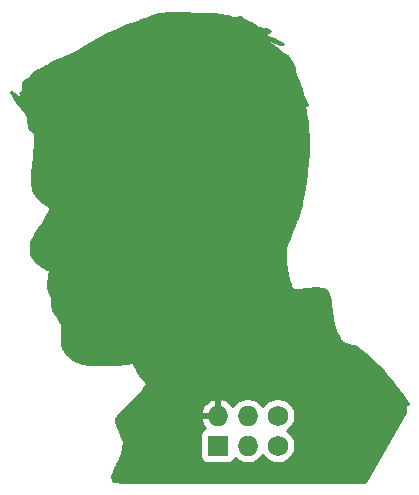
<source format=gbr>
G04 #@! TF.GenerationSoftware,KiCad,Pcbnew,(5.1.5)-3*
G04 #@! TF.CreationDate,2020-08-07T09:29:16-05:00*
G04 #@! TF.ProjectId,matt_damon,6d617474-5f64-4616-9d6f-6e2e6b696361,rev?*
G04 #@! TF.SameCoordinates,Original*
G04 #@! TF.FileFunction,Copper,L1,Top*
G04 #@! TF.FilePolarity,Positive*
%FSLAX46Y46*%
G04 Gerber Fmt 4.6, Leading zero omitted, Abs format (unit mm)*
G04 Created by KiCad (PCBNEW (5.1.5)-3) date 2020-08-07 09:29:16*
%MOMM*%
%LPD*%
G04 APERTURE LIST*
%ADD10C,1.727200*%
%ADD11O,1.727200X1.727200*%
%ADD12R,1.727200X1.727200*%
%ADD13C,0.600000*%
%ADD14C,0.254000*%
G04 APERTURE END LIST*
D10*
X2146300Y-3289300D03*
X2146300Y-5829300D03*
D11*
X-393700Y-3289300D03*
X-393700Y-5829300D03*
X-2933700Y-3289300D03*
D12*
X-2933700Y-5829300D03*
D13*
X-11071860Y4907280D03*
X-8178800Y26504900D03*
D14*
G36*
X-6229497Y30770075D02*
G01*
X-5742546Y30764720D01*
X-5611203Y30763013D01*
X-4974285Y30752795D01*
X-4415276Y30739765D01*
X-3926969Y30723346D01*
X-3502013Y30702965D01*
X-3133265Y30678070D01*
X-2813702Y30648142D01*
X-2536174Y30612690D01*
X-2293293Y30571229D01*
X-2077637Y30523270D01*
X-1879902Y30467783D01*
X-1858466Y30461035D01*
X-1855039Y30460009D01*
X-1642140Y30399526D01*
X-1632110Y30397112D01*
X-1462127Y30363443D01*
X-1443437Y30361164D01*
X-1327626Y30355699D01*
X-1302762Y30356969D01*
X-1278624Y30363065D01*
X-1266792Y30368013D01*
X-1216405Y30392140D01*
X-1195112Y30405041D01*
X-1176745Y30421848D01*
X-1162010Y30441916D01*
X-1151474Y30464473D01*
X-1148041Y30477828D01*
X-1074553Y30423491D01*
X-1071387Y30421224D01*
X-895293Y30299189D01*
X-888742Y30294941D01*
X-704702Y30183486D01*
X-696926Y30179142D01*
X-535410Y30096205D01*
X-525632Y30091697D01*
X-474226Y30070592D01*
X-332167Y30009697D01*
X-152309Y29919854D01*
X36430Y29815754D01*
X106749Y29774039D01*
X311564Y29651218D01*
X315495Y29648955D01*
X469359Y29564007D01*
X479661Y29558913D01*
X602704Y29504859D01*
X620788Y29498495D01*
X733404Y29468195D01*
X752309Y29464618D01*
X874891Y29450932D01*
X885489Y29450196D01*
X1038433Y29445987D01*
X1040665Y29445945D01*
X1055395Y29445799D01*
X1221747Y29439713D01*
X1256703Y29434023D01*
X1264142Y29413840D01*
X1277143Y29392608D01*
X1294036Y29374320D01*
X1305258Y29365422D01*
X1370822Y29319207D01*
X1399226Y29304162D01*
X1523378Y29257399D01*
X1457789Y29241290D01*
X1445811Y29237714D01*
X1306400Y29188509D01*
X1300026Y29186065D01*
X1299944Y29186031D01*
X1298808Y29185554D01*
X1156721Y29125018D01*
X1134884Y29113062D01*
X1115799Y29097075D01*
X1100199Y29077672D01*
X1088684Y29055598D01*
X1081697Y29031702D01*
X1079506Y29006902D01*
X1082196Y28982152D01*
X1089662Y28958401D01*
X1101618Y28936564D01*
X1117605Y28917479D01*
X1137008Y28901879D01*
X1155357Y28891933D01*
X1365773Y28799360D01*
X1858951Y28569569D01*
X2268254Y28350911D01*
X2574377Y28156246D01*
X2473198Y28168647D01*
X2368039Y28191482D01*
X2211399Y28246566D01*
X2023807Y28327525D01*
X1944614Y28365813D01*
X1752332Y28460767D01*
X1748685Y28462496D01*
X1616426Y28522660D01*
X1603839Y28527596D01*
X1517202Y28556346D01*
X1492918Y28561833D01*
X1479348Y28562791D01*
X1423474Y28563735D01*
X1398660Y28561713D01*
X1374717Y28554890D01*
X1357459Y28546524D01*
X1317485Y28523265D01*
X1297297Y28508695D01*
X1287558Y28499116D01*
X1258661Y28467460D01*
X1245966Y28451036D01*
X1217113Y28406633D01*
X1205659Y28384528D01*
X1198738Y28360613D01*
X1196615Y28335808D01*
X1199373Y28311064D01*
X1206905Y28287335D01*
X1218921Y28265530D01*
X1234961Y28246489D01*
X1254407Y28230943D01*
X1276512Y28219489D01*
X1301205Y28212426D01*
X1333038Y28206722D01*
X1357857Y28204754D01*
X1383146Y28207790D01*
X1429375Y28218125D01*
X1473485Y28221154D01*
X1514324Y28203117D01*
X1602362Y28131667D01*
X1694299Y28055109D01*
X1697455Y28052565D01*
X1841514Y27940190D01*
X1843139Y27938944D01*
X2021068Y27804707D01*
X2022361Y27803744D01*
X2216496Y27661110D01*
X2217356Y27660484D01*
X2273846Y27619704D01*
X2608311Y27365176D01*
X2893913Y27119274D01*
X3123029Y26890156D01*
X3287435Y26687150D01*
X3352501Y26580178D01*
X3399519Y26462586D01*
X3449432Y26293407D01*
X3489341Y26112870D01*
X3490224Y26107879D01*
X3491715Y26100671D01*
X3536142Y25913471D01*
X3538409Y25905179D01*
X3614848Y25658697D01*
X3616501Y25653732D01*
X3719414Y25364567D01*
X3720822Y25360800D01*
X3838412Y25060824D01*
X3838558Y25060453D01*
X3936595Y24812654D01*
X4026511Y24570823D01*
X4101668Y24354070D01*
X4154729Y24183644D01*
X4175325Y24102325D01*
X4176488Y24098051D01*
X4229065Y23917215D01*
X4232685Y23906550D01*
X4325552Y23668285D01*
X4328168Y23662067D01*
X4455712Y23380087D01*
X4457442Y23376421D01*
X4541097Y23206161D01*
X4541142Y23206069D01*
X4628651Y23028329D01*
X4628649Y23028330D01*
X4597500Y23043089D01*
X4574064Y23051492D01*
X4549440Y23055163D01*
X4524573Y23053958D01*
X4500418Y23047926D01*
X4477905Y23037297D01*
X4457898Y23022480D01*
X4441165Y23004045D01*
X4428351Y22982700D01*
X4419211Y22956168D01*
X4408653Y22909190D01*
X4405601Y22884481D01*
X4405945Y22871480D01*
X4414827Y22757445D01*
X4415772Y22748990D01*
X4442943Y22562574D01*
X4443365Y22559880D01*
X4487672Y22295761D01*
X4487765Y22295214D01*
X4488778Y22289332D01*
X4588084Y21637405D01*
X4657960Y20996437D01*
X4698829Y20350802D01*
X4710878Y19685937D01*
X4694227Y18987362D01*
X4648967Y18240774D01*
X4575127Y17431385D01*
X4548257Y17181890D01*
X4381525Y16008800D01*
X4139297Y14817007D01*
X4089358Y14607209D01*
X4007289Y14280660D01*
X3928509Y13995219D01*
X3846147Y13731009D01*
X3753221Y13468005D01*
X3642571Y13186014D01*
X3507129Y12865318D01*
X3344769Y12497257D01*
X3344133Y12495790D01*
X3149426Y12038907D01*
X3147111Y12033081D01*
X2994671Y11619947D01*
X2991849Y11611372D01*
X2880168Y11226464D01*
X2877476Y11215334D01*
X2805046Y10843126D01*
X2803248Y10830562D01*
X2768564Y10455528D01*
X2768025Y10443332D01*
X2769578Y10049949D01*
X2770032Y10039703D01*
X2806316Y9612444D01*
X2807190Y9604865D01*
X2876697Y9128207D01*
X2877498Y9123371D01*
X2968269Y8634004D01*
X2968745Y8631572D01*
X3036823Y8300698D01*
X3037407Y8298008D01*
X3096272Y8040331D01*
X3097542Y8035256D01*
X3150627Y7840256D01*
X3153493Y7831106D01*
X3204231Y7688266D01*
X3210865Y7672887D01*
X3262690Y7571686D01*
X3276752Y7549997D01*
X3333097Y7479915D01*
X3348495Y7463871D01*
X3375520Y7440249D01*
X3391025Y7428656D01*
X3458910Y7385553D01*
X3487538Y7372049D01*
X3569586Y7345238D01*
X3596849Y7339542D01*
X3706119Y7329010D01*
X3723169Y7328517D01*
X3872723Y7334251D01*
X3881539Y7334897D01*
X4084437Y7356883D01*
X4088602Y7357404D01*
X4357904Y7395628D01*
X4359238Y7395825D01*
X4446164Y7409106D01*
X4830938Y7458262D01*
X5191276Y7484775D01*
X5512668Y7488750D01*
X5777871Y7470553D01*
X5953980Y7436123D01*
X6138340Y7347893D01*
X6301401Y7207695D01*
X6400702Y7066098D01*
X6441285Y6955162D01*
X6489074Y6752396D01*
X6540098Y6463195D01*
X6593498Y6089427D01*
X6646198Y5657292D01*
X6646263Y5656766D01*
X6682100Y5372767D01*
X6682447Y5370228D01*
X6724703Y5082272D01*
X6725092Y5079793D01*
X6769872Y4811636D01*
X6770445Y4808453D01*
X6813856Y4583852D01*
X6814841Y4579219D01*
X6842858Y4458599D01*
X6845074Y4450333D01*
X6913055Y4227118D01*
X6915468Y4219966D01*
X7006681Y3973963D01*
X7008759Y3968718D01*
X7115548Y3715782D01*
X7117614Y3711149D01*
X7232327Y3467131D01*
X7234789Y3462177D01*
X7349770Y3242930D01*
X7353454Y3236384D01*
X7461051Y3057761D01*
X7468616Y3046591D01*
X7561172Y2924443D01*
X7576887Y2907242D01*
X7615712Y2871887D01*
X7644251Y2852282D01*
X7742054Y2803194D01*
X7756434Y2797054D01*
X7910785Y2742111D01*
X7918997Y2739498D01*
X8103099Y2687732D01*
X8108688Y2686297D01*
X8191814Y2666950D01*
X8386602Y2619546D01*
X8570157Y2566126D01*
X8712140Y2516130D01*
X8741566Y2503274D01*
X8967550Y2373084D01*
X9238430Y2178810D01*
X9547813Y1925703D01*
X9887885Y1620722D01*
X10251621Y1270568D01*
X10632400Y881719D01*
X11023734Y460585D01*
X11419150Y13603D01*
X11812267Y-452868D01*
X12197193Y-933061D01*
X12239645Y-987591D01*
X12367566Y-1155646D01*
X12511375Y-1349894D01*
X12662962Y-1558784D01*
X12814004Y-1770461D01*
X12956070Y-1972915D01*
X13080852Y-2154296D01*
X13168859Y-2286000D01*
X13081000Y-2286000D01*
X13056224Y-2288440D01*
X13032399Y-2295667D01*
X13010443Y-2307403D01*
X12991197Y-2323197D01*
X12975403Y-2342443D01*
X12963667Y-2364399D01*
X12956440Y-2388224D01*
X12954001Y-2412440D01*
X12952742Y-2698190D01*
X12951633Y-2950042D01*
X11223307Y-5926392D01*
X9514630Y-8868907D01*
X-1134198Y-8879499D01*
X-2298852Y-8880585D01*
X-3381466Y-8881433D01*
X-4384683Y-8882035D01*
X-5311139Y-8882380D01*
X-6163437Y-8882456D01*
X-6944256Y-8882255D01*
X-7656230Y-8881764D01*
X-8301980Y-8880975D01*
X-8884136Y-8879877D01*
X-9405466Y-8878458D01*
X-9868366Y-8876711D01*
X-10275345Y-8874624D01*
X-10629400Y-8872186D01*
X-10933366Y-8869385D01*
X-11188837Y-8866221D01*
X-11399340Y-8862675D01*
X-11566801Y-8858756D01*
X-11693841Y-8854464D01*
X-11774576Y-8850265D01*
X-11788278Y-8801111D01*
X-11821670Y-8638676D01*
X-11845442Y-8482050D01*
X-11851671Y-8400414D01*
X-11827957Y-8217584D01*
X-11754559Y-7983826D01*
X-11635429Y-7716560D01*
X-11476316Y-7433751D01*
X-11449621Y-7391481D01*
X-11448267Y-7389288D01*
X-11303827Y-7149951D01*
X-11298907Y-7141005D01*
X-11188345Y-6919288D01*
X-11183019Y-6907030D01*
X-11098036Y-6679389D01*
X-11094201Y-6667312D01*
X-11026498Y-6410201D01*
X-11024529Y-6401488D01*
X-10965809Y-6091365D01*
X-10965173Y-6087718D01*
X-10945595Y-5964821D01*
X-10945491Y-5964151D01*
X-10873393Y-5495491D01*
X-10872037Y-5470632D01*
X-10875558Y-5445986D01*
X-10883819Y-5422500D01*
X-10893829Y-5404867D01*
X-10992808Y-5259015D01*
X-11056918Y-5132567D01*
X-11102114Y-4985919D01*
X-11105628Y-4965700D01*
X-4435372Y-4965700D01*
X-4435372Y-6692900D01*
X-4423112Y-6817382D01*
X-4386802Y-6937080D01*
X-4327837Y-7047394D01*
X-4248485Y-7144085D01*
X-4151794Y-7223437D01*
X-4041480Y-7282402D01*
X-3921782Y-7318712D01*
X-3797300Y-7330972D01*
X-2070100Y-7330972D01*
X-1945618Y-7318712D01*
X-1825920Y-7282402D01*
X-1715606Y-7223437D01*
X-1618915Y-7144085D01*
X-1539563Y-7047394D01*
X-1480598Y-6937080D01*
X-1463064Y-6879277D01*
X-1349002Y-6993339D01*
X-1103553Y-7157342D01*
X-830825Y-7270310D01*
X-541299Y-7327900D01*
X-246101Y-7327900D01*
X43425Y-7270310D01*
X316153Y-7157342D01*
X561602Y-6993339D01*
X770339Y-6784602D01*
X876300Y-6626019D01*
X982261Y-6784602D01*
X1190998Y-6993339D01*
X1436447Y-7157342D01*
X1709175Y-7270310D01*
X1998701Y-7327900D01*
X2293899Y-7327900D01*
X2583425Y-7270310D01*
X2856153Y-7157342D01*
X3101602Y-6993339D01*
X3310339Y-6784602D01*
X3474342Y-6539153D01*
X3587310Y-6266425D01*
X3644900Y-5976899D01*
X3644900Y-5681701D01*
X3587310Y-5392175D01*
X3474342Y-5119447D01*
X3310339Y-4873998D01*
X3101602Y-4665261D01*
X2943019Y-4559300D01*
X3101602Y-4453339D01*
X3310339Y-4244602D01*
X3474342Y-3999153D01*
X3587310Y-3726425D01*
X3644900Y-3436899D01*
X3644900Y-3141701D01*
X3587310Y-2852175D01*
X3474342Y-2579447D01*
X3310339Y-2333998D01*
X3101602Y-2125261D01*
X2856153Y-1961258D01*
X2583425Y-1848290D01*
X2293899Y-1790700D01*
X1998701Y-1790700D01*
X1709175Y-1848290D01*
X1436447Y-1961258D01*
X1190998Y-2125261D01*
X982261Y-2333998D01*
X876300Y-2492581D01*
X770339Y-2333998D01*
X561602Y-2125261D01*
X316153Y-1961258D01*
X43425Y-1848290D01*
X-246101Y-1790700D01*
X-541299Y-1790700D01*
X-830825Y-1848290D01*
X-1103553Y-1961258D01*
X-1349002Y-2125261D01*
X-1557739Y-2333998D01*
X-1668259Y-2499403D01*
X-1726883Y-2400812D01*
X-1923407Y-2182446D01*
X-2158756Y-2006616D01*
X-2423886Y-1880078D01*
X-2574674Y-1834342D01*
X-2806700Y-1955483D01*
X-2806700Y-3162300D01*
X-2786700Y-3162300D01*
X-2786700Y-3416300D01*
X-2806700Y-3416300D01*
X-2806700Y-3436300D01*
X-3060700Y-3436300D01*
X-3060700Y-3416300D01*
X-4268164Y-3416300D01*
X-4388663Y-3648327D01*
X-4290664Y-3925278D01*
X-4140517Y-4177788D01*
X-3979008Y-4357247D01*
X-4041480Y-4376198D01*
X-4151794Y-4435163D01*
X-4248485Y-4514515D01*
X-4327837Y-4611206D01*
X-4386802Y-4721520D01*
X-4423112Y-4841218D01*
X-4435372Y-4965700D01*
X-11105628Y-4965700D01*
X-11107343Y-4955839D01*
X-11109050Y-4947634D01*
X-11138014Y-4828304D01*
X-11141103Y-4817637D01*
X-11198440Y-4647802D01*
X-11200561Y-4641991D01*
X-11277136Y-4447052D01*
X-11278989Y-4442587D01*
X-11341538Y-4299600D01*
X-11445981Y-4054176D01*
X-11506934Y-3858139D01*
X-11525357Y-3698854D01*
X-11503827Y-3557429D01*
X-11437161Y-3409031D01*
X-11313790Y-3236293D01*
X-11126355Y-3029250D01*
X-11025945Y-2930273D01*
X-4388663Y-2930273D01*
X-4268164Y-3162300D01*
X-3060700Y-3162300D01*
X-3060700Y-1955483D01*
X-3292726Y-1834342D01*
X-3443514Y-1880078D01*
X-3708644Y-2006616D01*
X-3943993Y-2182446D01*
X-4140517Y-2400812D01*
X-4290664Y-2653322D01*
X-4388663Y-2930273D01*
X-11025945Y-2930273D01*
X-10885050Y-2791390D01*
X-10512366Y-2432728D01*
X-10511589Y-2431973D01*
X-10195911Y-2122944D01*
X-10194758Y-2121801D01*
X-9930889Y-1856798D01*
X-9929222Y-1855092D01*
X-9711435Y-1627994D01*
X-9709095Y-1625487D01*
X-9531661Y-1430174D01*
X-9528504Y-1426565D01*
X-9385696Y-1256918D01*
X-9381689Y-1251905D01*
X-9267777Y-1101804D01*
X-9263169Y-1095320D01*
X-9173481Y-960358D01*
X-9171095Y-956629D01*
X-8954390Y-604495D01*
X-8943483Y-582115D01*
X-8937151Y-558037D01*
X-8935639Y-533187D01*
X-8939003Y-508519D01*
X-8947115Y-484981D01*
X-8959664Y-463479D01*
X-8969732Y-451251D01*
X-9261151Y-139202D01*
X-9404233Y23762D01*
X-9523865Y185039D01*
X-9639152Y372633D01*
X-9767119Y613568D01*
X-9796545Y672236D01*
X-9796719Y672581D01*
X-9903558Y883981D01*
X-9905181Y887086D01*
X-9983865Y1032656D01*
X-9988674Y1040810D01*
X-10046796Y1131470D01*
X-10062436Y1151233D01*
X-10107587Y1197902D01*
X-10126569Y1214012D01*
X-10157774Y1229766D01*
X-10197547Y1243365D01*
X-10221781Y1249072D01*
X-10253867Y1249278D01*
X-10276523Y1246541D01*
X-10285011Y1245223D01*
X-10561831Y1192596D01*
X-10908258Y1149430D01*
X-11332262Y1114927D01*
X-11835914Y1089106D01*
X-12385410Y1072596D01*
X-12892195Y1064861D01*
X-13322506Y1065872D01*
X-13684032Y1076139D01*
X-13984778Y1096079D01*
X-14232610Y1125951D01*
X-14435664Y1165813D01*
X-14605883Y1216570D01*
X-14614864Y1219866D01*
X-14887326Y1347485D01*
X-15168208Y1524254D01*
X-15441691Y1736734D01*
X-15687907Y1968364D01*
X-15887372Y2201576D01*
X-16021567Y2415776D01*
X-16051586Y2479940D01*
X-16072609Y2538285D01*
X-16086734Y2604813D01*
X-16095875Y2700196D01*
X-16100036Y2839987D01*
X-16099812Y3036971D01*
X-16096344Y3303863D01*
X-16095754Y3342388D01*
X-16095745Y3343108D01*
X-16093209Y3606050D01*
X-16093203Y3607497D01*
X-16093633Y3853708D01*
X-16093647Y3855375D01*
X-16096799Y4067297D01*
X-16096863Y4069872D01*
X-16102493Y4229948D01*
X-16102825Y4235675D01*
X-16109531Y4318979D01*
X-16113625Y4342310D01*
X-16144375Y4454677D01*
X-16151685Y4474646D01*
X-16219888Y4621512D01*
X-16225195Y4631705D01*
X-16336348Y4823487D01*
X-16339504Y4828645D01*
X-16492985Y5066580D01*
X-16493295Y5067058D01*
X-16656699Y5317897D01*
X-16773375Y5513893D01*
X-16850670Y5671628D01*
X-16897360Y5809073D01*
X-16922568Y5948318D01*
X-16932678Y6112654D01*
X-16933576Y6197910D01*
X-16933638Y6200755D01*
X-16941811Y6448745D01*
X-16942994Y6462350D01*
X-16972417Y6670349D01*
X-16976255Y6688157D01*
X-17034857Y6888860D01*
X-17039814Y6902771D01*
X-17135525Y7128872D01*
X-17137979Y7134310D01*
X-17182372Y7226821D01*
X-17240705Y7354599D01*
X-17280834Y7468402D01*
X-17305582Y7583906D01*
X-17316099Y7717525D01*
X-17311577Y7884219D01*
X-17290891Y8096316D01*
X-17253506Y8364901D01*
X-17199302Y8701051D01*
X-17169928Y8874444D01*
X-17168337Y8888663D01*
X-17164802Y8952769D01*
X-17165874Y8977643D01*
X-17171778Y9001829D01*
X-17182865Y9025364D01*
X-17210391Y9070992D01*
X-17225278Y9090947D01*
X-17243773Y9107613D01*
X-17257154Y9116238D01*
X-17332749Y9158507D01*
X-17348961Y9166125D01*
X-17471075Y9213304D01*
X-17838038Y9385929D01*
X-18157337Y9612966D01*
X-18423903Y9887058D01*
X-18629949Y10202350D01*
X-18653017Y10248984D01*
X-18710936Y10377533D01*
X-18745094Y10476532D01*
X-18763866Y10577209D01*
X-18772725Y10714271D01*
X-18774832Y10915494D01*
X-18774833Y10921381D01*
X-18772842Y11125061D01*
X-18764217Y11263620D01*
X-18745895Y11364302D01*
X-18712680Y11461421D01*
X-18656653Y11585374D01*
X-18595686Y11700039D01*
X-18495888Y11871559D01*
X-18366994Y12083562D01*
X-18219307Y12319066D01*
X-18062033Y12562932D01*
X-18033481Y12606445D01*
X-18033029Y12607138D01*
X-17756670Y13034354D01*
X-17755294Y13036529D01*
X-17531864Y13397770D01*
X-17529893Y13401068D01*
X-17359353Y13696407D01*
X-17356326Y13701963D01*
X-17238632Y13931474D01*
X-17233571Y13942641D01*
X-17168683Y14106399D01*
X-17161802Y14130456D01*
X-17147757Y14207675D01*
X-17145724Y14232489D01*
X-17149990Y14263105D01*
X-17176450Y14362396D01*
X-17185188Y14385708D01*
X-17198306Y14406868D01*
X-17214133Y14424023D01*
X-17305945Y14506787D01*
X-17324814Y14520860D01*
X-17340543Y14530460D01*
X-17433153Y14593975D01*
X-17572667Y14700990D01*
X-17741996Y14837587D01*
X-17922430Y14988280D01*
X-18096142Y15138184D01*
X-18245024Y15272089D01*
X-18349651Y15373296D01*
X-18442275Y15491757D01*
X-18512390Y15635201D01*
X-18568213Y15828322D01*
X-18612269Y16088829D01*
X-18633687Y16278428D01*
X-18644491Y16393270D01*
X-18652442Y16498050D01*
X-18657126Y16601493D01*
X-18658172Y16713540D01*
X-18655082Y16844070D01*
X-18647291Y17002517D01*
X-18634269Y17197689D01*
X-18615517Y17438411D01*
X-18590555Y17733549D01*
X-18558913Y18091950D01*
X-18520111Y18522650D01*
X-18504049Y18699870D01*
X-18504045Y18699922D01*
X-18463465Y19149737D01*
X-18463427Y19150163D01*
X-18431009Y19523547D01*
X-18430918Y19524656D01*
X-18407140Y19829495D01*
X-18406983Y19831759D01*
X-18392321Y20075937D01*
X-18392137Y20080187D01*
X-18387069Y20271592D01*
X-18387099Y20279289D01*
X-18392103Y20425805D01*
X-18393290Y20439325D01*
X-18408841Y20548839D01*
X-18413997Y20570844D01*
X-18440573Y20651241D01*
X-18454362Y20680113D01*
X-18492441Y20739279D01*
X-18513485Y20764227D01*
X-18563543Y20810048D01*
X-18580407Y20823063D01*
X-18642922Y20863425D01*
X-18648967Y20867093D01*
X-18690113Y20890521D01*
X-18799115Y20960283D01*
X-18860709Y21022096D01*
X-18900306Y21100694D01*
X-18929129Y21231157D01*
X-18948133Y21435351D01*
X-18952932Y21521523D01*
X-18952994Y21522552D01*
X-18966448Y21733309D01*
X-18967152Y21740821D01*
X-18985436Y21888518D01*
X-18988569Y21904905D01*
X-19016222Y22011147D01*
X-19024682Y22034214D01*
X-19066244Y22120607D01*
X-19073590Y22133806D01*
X-19094622Y22166807D01*
X-19152288Y22264055D01*
X-19178248Y22325813D01*
X-19178548Y22327716D01*
X-19185071Y22352497D01*
X-19216631Y22436747D01*
X-19230752Y22463920D01*
X-19323233Y22599060D01*
X-19330122Y22608211D01*
X-19480231Y22789954D01*
X-19484334Y22794680D01*
X-19688772Y23018738D01*
X-19690375Y23020463D01*
X-19700343Y23030989D01*
X-19938929Y23294275D01*
X-20108987Y23508712D01*
X-20213935Y23676251D01*
X-20262872Y23804662D01*
X-20263279Y23806691D01*
X-20268035Y23823974D01*
X-20316087Y23960162D01*
X-20327047Y23983409D01*
X-20391606Y24090643D01*
X-20336270Y24055073D01*
X-20208358Y23963308D01*
X-20207718Y23962852D01*
X-19996813Y23813516D01*
X-19989994Y23809010D01*
X-19840697Y23717115D01*
X-19820767Y23707144D01*
X-19733267Y23672595D01*
X-19709326Y23665765D01*
X-19684512Y23663738D01*
X-19659780Y23666590D01*
X-19636079Y23674212D01*
X-19614321Y23686312D01*
X-19602207Y23695839D01*
X-19576695Y23718538D01*
X-19559807Y23736831D01*
X-19546811Y23758066D01*
X-19538209Y23781429D01*
X-19534330Y23806021D01*
X-19535323Y23830898D01*
X-19545700Y23866415D01*
X-19582367Y23946268D01*
X-19594880Y23967706D01*
X-19667242Y24067742D01*
X-19662356Y24065758D01*
X-19638482Y24058697D01*
X-19613690Y24056429D01*
X-19588931Y24059041D01*
X-19565469Y24066303D01*
X-19509051Y24089956D01*
X-19487144Y24101786D01*
X-19467967Y24117662D01*
X-19452256Y24136975D01*
X-19440614Y24158982D01*
X-19435614Y24173718D01*
X-19410642Y24265444D01*
X-19406182Y24298623D01*
X-19405945Y24464432D01*
X-19406205Y24472734D01*
X-19414349Y24599846D01*
X-19414401Y24600622D01*
X-19426833Y24777671D01*
X-19428784Y24880001D01*
X-19422056Y24921303D01*
X-19410618Y24941502D01*
X-19370864Y24982305D01*
X-19364129Y24988617D01*
X-19266238Y25067136D01*
X-19129549Y25160417D01*
X-19026494Y25222893D01*
X-19021666Y25225972D01*
X-18860718Y25333756D01*
X-18834041Y25357712D01*
X-18756090Y25450740D01*
X-18742048Y25471298D01*
X-18731398Y25497147D01*
X-18726645Y25513644D01*
X-18696000Y25581623D01*
X-18612063Y25665053D01*
X-18447904Y25777630D01*
X-18201502Y25914472D01*
X-18130667Y25950547D01*
X-18129837Y25950974D01*
X-17921722Y26058897D01*
X-17919571Y26060038D01*
X-17698106Y26180327D01*
X-17695964Y26181518D01*
X-17499398Y26293247D01*
X-17497247Y26294497D01*
X-17442281Y26327181D01*
X-17255206Y26437961D01*
X-17085150Y26532439D01*
X-16914013Y26619369D01*
X-16723798Y26707269D01*
X-16496970Y26804283D01*
X-16216628Y26918268D01*
X-16015917Y26998008D01*
X-16015834Y26998042D01*
X-15705082Y27121755D01*
X-15703772Y27122285D01*
X-15456268Y27224023D01*
X-15453556Y27225174D01*
X-15253366Y27312946D01*
X-15248973Y27314973D01*
X-15080165Y27396787D01*
X-15074620Y27399645D01*
X-14921261Y27483510D01*
X-14916018Y27486541D01*
X-14762174Y27580465D01*
X-14758560Y27582757D01*
X-14588299Y27694748D01*
X-14586750Y27695783D01*
X-14467835Y27776524D01*
X-13823581Y28188189D01*
X-13104910Y28594762D01*
X-12319192Y28992810D01*
X-11475666Y29377779D01*
X-10583623Y29745142D01*
X-9691759Y30076563D01*
X-9404143Y30179199D01*
X-9403350Y30179485D01*
X-9117900Y30283490D01*
X-9117104Y30283783D01*
X-8852530Y30382189D01*
X-8851542Y30382561D01*
X-8625775Y30468676D01*
X-8624159Y30469305D01*
X-8455128Y30536437D01*
X-8453066Y30537277D01*
X-8416904Y30552378D01*
X-8283034Y30606639D01*
X-8156429Y30650810D01*
X-8026594Y30686626D01*
X-7883326Y30715316D01*
X-7716807Y30737623D01*
X-7517911Y30754006D01*
X-7278028Y30764898D01*
X-6988922Y30770806D01*
X-6642126Y30772321D01*
X-6229497Y30770075D01*
G37*
X-6229497Y30770075D02*
X-5742546Y30764720D01*
X-5611203Y30763013D01*
X-4974285Y30752795D01*
X-4415276Y30739765D01*
X-3926969Y30723346D01*
X-3502013Y30702965D01*
X-3133265Y30678070D01*
X-2813702Y30648142D01*
X-2536174Y30612690D01*
X-2293293Y30571229D01*
X-2077637Y30523270D01*
X-1879902Y30467783D01*
X-1858466Y30461035D01*
X-1855039Y30460009D01*
X-1642140Y30399526D01*
X-1632110Y30397112D01*
X-1462127Y30363443D01*
X-1443437Y30361164D01*
X-1327626Y30355699D01*
X-1302762Y30356969D01*
X-1278624Y30363065D01*
X-1266792Y30368013D01*
X-1216405Y30392140D01*
X-1195112Y30405041D01*
X-1176745Y30421848D01*
X-1162010Y30441916D01*
X-1151474Y30464473D01*
X-1148041Y30477828D01*
X-1074553Y30423491D01*
X-1071387Y30421224D01*
X-895293Y30299189D01*
X-888742Y30294941D01*
X-704702Y30183486D01*
X-696926Y30179142D01*
X-535410Y30096205D01*
X-525632Y30091697D01*
X-474226Y30070592D01*
X-332167Y30009697D01*
X-152309Y29919854D01*
X36430Y29815754D01*
X106749Y29774039D01*
X311564Y29651218D01*
X315495Y29648955D01*
X469359Y29564007D01*
X479661Y29558913D01*
X602704Y29504859D01*
X620788Y29498495D01*
X733404Y29468195D01*
X752309Y29464618D01*
X874891Y29450932D01*
X885489Y29450196D01*
X1038433Y29445987D01*
X1040665Y29445945D01*
X1055395Y29445799D01*
X1221747Y29439713D01*
X1256703Y29434023D01*
X1264142Y29413840D01*
X1277143Y29392608D01*
X1294036Y29374320D01*
X1305258Y29365422D01*
X1370822Y29319207D01*
X1399226Y29304162D01*
X1523378Y29257399D01*
X1457789Y29241290D01*
X1445811Y29237714D01*
X1306400Y29188509D01*
X1300026Y29186065D01*
X1299944Y29186031D01*
X1298808Y29185554D01*
X1156721Y29125018D01*
X1134884Y29113062D01*
X1115799Y29097075D01*
X1100199Y29077672D01*
X1088684Y29055598D01*
X1081697Y29031702D01*
X1079506Y29006902D01*
X1082196Y28982152D01*
X1089662Y28958401D01*
X1101618Y28936564D01*
X1117605Y28917479D01*
X1137008Y28901879D01*
X1155357Y28891933D01*
X1365773Y28799360D01*
X1858951Y28569569D01*
X2268254Y28350911D01*
X2574377Y28156246D01*
X2473198Y28168647D01*
X2368039Y28191482D01*
X2211399Y28246566D01*
X2023807Y28327525D01*
X1944614Y28365813D01*
X1752332Y28460767D01*
X1748685Y28462496D01*
X1616426Y28522660D01*
X1603839Y28527596D01*
X1517202Y28556346D01*
X1492918Y28561833D01*
X1479348Y28562791D01*
X1423474Y28563735D01*
X1398660Y28561713D01*
X1374717Y28554890D01*
X1357459Y28546524D01*
X1317485Y28523265D01*
X1297297Y28508695D01*
X1287558Y28499116D01*
X1258661Y28467460D01*
X1245966Y28451036D01*
X1217113Y28406633D01*
X1205659Y28384528D01*
X1198738Y28360613D01*
X1196615Y28335808D01*
X1199373Y28311064D01*
X1206905Y28287335D01*
X1218921Y28265530D01*
X1234961Y28246489D01*
X1254407Y28230943D01*
X1276512Y28219489D01*
X1301205Y28212426D01*
X1333038Y28206722D01*
X1357857Y28204754D01*
X1383146Y28207790D01*
X1429375Y28218125D01*
X1473485Y28221154D01*
X1514324Y28203117D01*
X1602362Y28131667D01*
X1694299Y28055109D01*
X1697455Y28052565D01*
X1841514Y27940190D01*
X1843139Y27938944D01*
X2021068Y27804707D01*
X2022361Y27803744D01*
X2216496Y27661110D01*
X2217356Y27660484D01*
X2273846Y27619704D01*
X2608311Y27365176D01*
X2893913Y27119274D01*
X3123029Y26890156D01*
X3287435Y26687150D01*
X3352501Y26580178D01*
X3399519Y26462586D01*
X3449432Y26293407D01*
X3489341Y26112870D01*
X3490224Y26107879D01*
X3491715Y26100671D01*
X3536142Y25913471D01*
X3538409Y25905179D01*
X3614848Y25658697D01*
X3616501Y25653732D01*
X3719414Y25364567D01*
X3720822Y25360800D01*
X3838412Y25060824D01*
X3838558Y25060453D01*
X3936595Y24812654D01*
X4026511Y24570823D01*
X4101668Y24354070D01*
X4154729Y24183644D01*
X4175325Y24102325D01*
X4176488Y24098051D01*
X4229065Y23917215D01*
X4232685Y23906550D01*
X4325552Y23668285D01*
X4328168Y23662067D01*
X4455712Y23380087D01*
X4457442Y23376421D01*
X4541097Y23206161D01*
X4541142Y23206069D01*
X4628651Y23028329D01*
X4628649Y23028330D01*
X4597500Y23043089D01*
X4574064Y23051492D01*
X4549440Y23055163D01*
X4524573Y23053958D01*
X4500418Y23047926D01*
X4477905Y23037297D01*
X4457898Y23022480D01*
X4441165Y23004045D01*
X4428351Y22982700D01*
X4419211Y22956168D01*
X4408653Y22909190D01*
X4405601Y22884481D01*
X4405945Y22871480D01*
X4414827Y22757445D01*
X4415772Y22748990D01*
X4442943Y22562574D01*
X4443365Y22559880D01*
X4487672Y22295761D01*
X4487765Y22295214D01*
X4488778Y22289332D01*
X4588084Y21637405D01*
X4657960Y20996437D01*
X4698829Y20350802D01*
X4710878Y19685937D01*
X4694227Y18987362D01*
X4648967Y18240774D01*
X4575127Y17431385D01*
X4548257Y17181890D01*
X4381525Y16008800D01*
X4139297Y14817007D01*
X4089358Y14607209D01*
X4007289Y14280660D01*
X3928509Y13995219D01*
X3846147Y13731009D01*
X3753221Y13468005D01*
X3642571Y13186014D01*
X3507129Y12865318D01*
X3344769Y12497257D01*
X3344133Y12495790D01*
X3149426Y12038907D01*
X3147111Y12033081D01*
X2994671Y11619947D01*
X2991849Y11611372D01*
X2880168Y11226464D01*
X2877476Y11215334D01*
X2805046Y10843126D01*
X2803248Y10830562D01*
X2768564Y10455528D01*
X2768025Y10443332D01*
X2769578Y10049949D01*
X2770032Y10039703D01*
X2806316Y9612444D01*
X2807190Y9604865D01*
X2876697Y9128207D01*
X2877498Y9123371D01*
X2968269Y8634004D01*
X2968745Y8631572D01*
X3036823Y8300698D01*
X3037407Y8298008D01*
X3096272Y8040331D01*
X3097542Y8035256D01*
X3150627Y7840256D01*
X3153493Y7831106D01*
X3204231Y7688266D01*
X3210865Y7672887D01*
X3262690Y7571686D01*
X3276752Y7549997D01*
X3333097Y7479915D01*
X3348495Y7463871D01*
X3375520Y7440249D01*
X3391025Y7428656D01*
X3458910Y7385553D01*
X3487538Y7372049D01*
X3569586Y7345238D01*
X3596849Y7339542D01*
X3706119Y7329010D01*
X3723169Y7328517D01*
X3872723Y7334251D01*
X3881539Y7334897D01*
X4084437Y7356883D01*
X4088602Y7357404D01*
X4357904Y7395628D01*
X4359238Y7395825D01*
X4446164Y7409106D01*
X4830938Y7458262D01*
X5191276Y7484775D01*
X5512668Y7488750D01*
X5777871Y7470553D01*
X5953980Y7436123D01*
X6138340Y7347893D01*
X6301401Y7207695D01*
X6400702Y7066098D01*
X6441285Y6955162D01*
X6489074Y6752396D01*
X6540098Y6463195D01*
X6593498Y6089427D01*
X6646198Y5657292D01*
X6646263Y5656766D01*
X6682100Y5372767D01*
X6682447Y5370228D01*
X6724703Y5082272D01*
X6725092Y5079793D01*
X6769872Y4811636D01*
X6770445Y4808453D01*
X6813856Y4583852D01*
X6814841Y4579219D01*
X6842858Y4458599D01*
X6845074Y4450333D01*
X6913055Y4227118D01*
X6915468Y4219966D01*
X7006681Y3973963D01*
X7008759Y3968718D01*
X7115548Y3715782D01*
X7117614Y3711149D01*
X7232327Y3467131D01*
X7234789Y3462177D01*
X7349770Y3242930D01*
X7353454Y3236384D01*
X7461051Y3057761D01*
X7468616Y3046591D01*
X7561172Y2924443D01*
X7576887Y2907242D01*
X7615712Y2871887D01*
X7644251Y2852282D01*
X7742054Y2803194D01*
X7756434Y2797054D01*
X7910785Y2742111D01*
X7918997Y2739498D01*
X8103099Y2687732D01*
X8108688Y2686297D01*
X8191814Y2666950D01*
X8386602Y2619546D01*
X8570157Y2566126D01*
X8712140Y2516130D01*
X8741566Y2503274D01*
X8967550Y2373084D01*
X9238430Y2178810D01*
X9547813Y1925703D01*
X9887885Y1620722D01*
X10251621Y1270568D01*
X10632400Y881719D01*
X11023734Y460585D01*
X11419150Y13603D01*
X11812267Y-452868D01*
X12197193Y-933061D01*
X12239645Y-987591D01*
X12367566Y-1155646D01*
X12511375Y-1349894D01*
X12662962Y-1558784D01*
X12814004Y-1770461D01*
X12956070Y-1972915D01*
X13080852Y-2154296D01*
X13168859Y-2286000D01*
X13081000Y-2286000D01*
X13056224Y-2288440D01*
X13032399Y-2295667D01*
X13010443Y-2307403D01*
X12991197Y-2323197D01*
X12975403Y-2342443D01*
X12963667Y-2364399D01*
X12956440Y-2388224D01*
X12954001Y-2412440D01*
X12952742Y-2698190D01*
X12951633Y-2950042D01*
X11223307Y-5926392D01*
X9514630Y-8868907D01*
X-1134198Y-8879499D01*
X-2298852Y-8880585D01*
X-3381466Y-8881433D01*
X-4384683Y-8882035D01*
X-5311139Y-8882380D01*
X-6163437Y-8882456D01*
X-6944256Y-8882255D01*
X-7656230Y-8881764D01*
X-8301980Y-8880975D01*
X-8884136Y-8879877D01*
X-9405466Y-8878458D01*
X-9868366Y-8876711D01*
X-10275345Y-8874624D01*
X-10629400Y-8872186D01*
X-10933366Y-8869385D01*
X-11188837Y-8866221D01*
X-11399340Y-8862675D01*
X-11566801Y-8858756D01*
X-11693841Y-8854464D01*
X-11774576Y-8850265D01*
X-11788278Y-8801111D01*
X-11821670Y-8638676D01*
X-11845442Y-8482050D01*
X-11851671Y-8400414D01*
X-11827957Y-8217584D01*
X-11754559Y-7983826D01*
X-11635429Y-7716560D01*
X-11476316Y-7433751D01*
X-11449621Y-7391481D01*
X-11448267Y-7389288D01*
X-11303827Y-7149951D01*
X-11298907Y-7141005D01*
X-11188345Y-6919288D01*
X-11183019Y-6907030D01*
X-11098036Y-6679389D01*
X-11094201Y-6667312D01*
X-11026498Y-6410201D01*
X-11024529Y-6401488D01*
X-10965809Y-6091365D01*
X-10965173Y-6087718D01*
X-10945595Y-5964821D01*
X-10945491Y-5964151D01*
X-10873393Y-5495491D01*
X-10872037Y-5470632D01*
X-10875558Y-5445986D01*
X-10883819Y-5422500D01*
X-10893829Y-5404867D01*
X-10992808Y-5259015D01*
X-11056918Y-5132567D01*
X-11102114Y-4985919D01*
X-11105628Y-4965700D01*
X-4435372Y-4965700D01*
X-4435372Y-6692900D01*
X-4423112Y-6817382D01*
X-4386802Y-6937080D01*
X-4327837Y-7047394D01*
X-4248485Y-7144085D01*
X-4151794Y-7223437D01*
X-4041480Y-7282402D01*
X-3921782Y-7318712D01*
X-3797300Y-7330972D01*
X-2070100Y-7330972D01*
X-1945618Y-7318712D01*
X-1825920Y-7282402D01*
X-1715606Y-7223437D01*
X-1618915Y-7144085D01*
X-1539563Y-7047394D01*
X-1480598Y-6937080D01*
X-1463064Y-6879277D01*
X-1349002Y-6993339D01*
X-1103553Y-7157342D01*
X-830825Y-7270310D01*
X-541299Y-7327900D01*
X-246101Y-7327900D01*
X43425Y-7270310D01*
X316153Y-7157342D01*
X561602Y-6993339D01*
X770339Y-6784602D01*
X876300Y-6626019D01*
X982261Y-6784602D01*
X1190998Y-6993339D01*
X1436447Y-7157342D01*
X1709175Y-7270310D01*
X1998701Y-7327900D01*
X2293899Y-7327900D01*
X2583425Y-7270310D01*
X2856153Y-7157342D01*
X3101602Y-6993339D01*
X3310339Y-6784602D01*
X3474342Y-6539153D01*
X3587310Y-6266425D01*
X3644900Y-5976899D01*
X3644900Y-5681701D01*
X3587310Y-5392175D01*
X3474342Y-5119447D01*
X3310339Y-4873998D01*
X3101602Y-4665261D01*
X2943019Y-4559300D01*
X3101602Y-4453339D01*
X3310339Y-4244602D01*
X3474342Y-3999153D01*
X3587310Y-3726425D01*
X3644900Y-3436899D01*
X3644900Y-3141701D01*
X3587310Y-2852175D01*
X3474342Y-2579447D01*
X3310339Y-2333998D01*
X3101602Y-2125261D01*
X2856153Y-1961258D01*
X2583425Y-1848290D01*
X2293899Y-1790700D01*
X1998701Y-1790700D01*
X1709175Y-1848290D01*
X1436447Y-1961258D01*
X1190998Y-2125261D01*
X982261Y-2333998D01*
X876300Y-2492581D01*
X770339Y-2333998D01*
X561602Y-2125261D01*
X316153Y-1961258D01*
X43425Y-1848290D01*
X-246101Y-1790700D01*
X-541299Y-1790700D01*
X-830825Y-1848290D01*
X-1103553Y-1961258D01*
X-1349002Y-2125261D01*
X-1557739Y-2333998D01*
X-1668259Y-2499403D01*
X-1726883Y-2400812D01*
X-1923407Y-2182446D01*
X-2158756Y-2006616D01*
X-2423886Y-1880078D01*
X-2574674Y-1834342D01*
X-2806700Y-1955483D01*
X-2806700Y-3162300D01*
X-2786700Y-3162300D01*
X-2786700Y-3416300D01*
X-2806700Y-3416300D01*
X-2806700Y-3436300D01*
X-3060700Y-3436300D01*
X-3060700Y-3416300D01*
X-4268164Y-3416300D01*
X-4388663Y-3648327D01*
X-4290664Y-3925278D01*
X-4140517Y-4177788D01*
X-3979008Y-4357247D01*
X-4041480Y-4376198D01*
X-4151794Y-4435163D01*
X-4248485Y-4514515D01*
X-4327837Y-4611206D01*
X-4386802Y-4721520D01*
X-4423112Y-4841218D01*
X-4435372Y-4965700D01*
X-11105628Y-4965700D01*
X-11107343Y-4955839D01*
X-11109050Y-4947634D01*
X-11138014Y-4828304D01*
X-11141103Y-4817637D01*
X-11198440Y-4647802D01*
X-11200561Y-4641991D01*
X-11277136Y-4447052D01*
X-11278989Y-4442587D01*
X-11341538Y-4299600D01*
X-11445981Y-4054176D01*
X-11506934Y-3858139D01*
X-11525357Y-3698854D01*
X-11503827Y-3557429D01*
X-11437161Y-3409031D01*
X-11313790Y-3236293D01*
X-11126355Y-3029250D01*
X-11025945Y-2930273D01*
X-4388663Y-2930273D01*
X-4268164Y-3162300D01*
X-3060700Y-3162300D01*
X-3060700Y-1955483D01*
X-3292726Y-1834342D01*
X-3443514Y-1880078D01*
X-3708644Y-2006616D01*
X-3943993Y-2182446D01*
X-4140517Y-2400812D01*
X-4290664Y-2653322D01*
X-4388663Y-2930273D01*
X-11025945Y-2930273D01*
X-10885050Y-2791390D01*
X-10512366Y-2432728D01*
X-10511589Y-2431973D01*
X-10195911Y-2122944D01*
X-10194758Y-2121801D01*
X-9930889Y-1856798D01*
X-9929222Y-1855092D01*
X-9711435Y-1627994D01*
X-9709095Y-1625487D01*
X-9531661Y-1430174D01*
X-9528504Y-1426565D01*
X-9385696Y-1256918D01*
X-9381689Y-1251905D01*
X-9267777Y-1101804D01*
X-9263169Y-1095320D01*
X-9173481Y-960358D01*
X-9171095Y-956629D01*
X-8954390Y-604495D01*
X-8943483Y-582115D01*
X-8937151Y-558037D01*
X-8935639Y-533187D01*
X-8939003Y-508519D01*
X-8947115Y-484981D01*
X-8959664Y-463479D01*
X-8969732Y-451251D01*
X-9261151Y-139202D01*
X-9404233Y23762D01*
X-9523865Y185039D01*
X-9639152Y372633D01*
X-9767119Y613568D01*
X-9796545Y672236D01*
X-9796719Y672581D01*
X-9903558Y883981D01*
X-9905181Y887086D01*
X-9983865Y1032656D01*
X-9988674Y1040810D01*
X-10046796Y1131470D01*
X-10062436Y1151233D01*
X-10107587Y1197902D01*
X-10126569Y1214012D01*
X-10157774Y1229766D01*
X-10197547Y1243365D01*
X-10221781Y1249072D01*
X-10253867Y1249278D01*
X-10276523Y1246541D01*
X-10285011Y1245223D01*
X-10561831Y1192596D01*
X-10908258Y1149430D01*
X-11332262Y1114927D01*
X-11835914Y1089106D01*
X-12385410Y1072596D01*
X-12892195Y1064861D01*
X-13322506Y1065872D01*
X-13684032Y1076139D01*
X-13984778Y1096079D01*
X-14232610Y1125951D01*
X-14435664Y1165813D01*
X-14605883Y1216570D01*
X-14614864Y1219866D01*
X-14887326Y1347485D01*
X-15168208Y1524254D01*
X-15441691Y1736734D01*
X-15687907Y1968364D01*
X-15887372Y2201576D01*
X-16021567Y2415776D01*
X-16051586Y2479940D01*
X-16072609Y2538285D01*
X-16086734Y2604813D01*
X-16095875Y2700196D01*
X-16100036Y2839987D01*
X-16099812Y3036971D01*
X-16096344Y3303863D01*
X-16095754Y3342388D01*
X-16095745Y3343108D01*
X-16093209Y3606050D01*
X-16093203Y3607497D01*
X-16093633Y3853708D01*
X-16093647Y3855375D01*
X-16096799Y4067297D01*
X-16096863Y4069872D01*
X-16102493Y4229948D01*
X-16102825Y4235675D01*
X-16109531Y4318979D01*
X-16113625Y4342310D01*
X-16144375Y4454677D01*
X-16151685Y4474646D01*
X-16219888Y4621512D01*
X-16225195Y4631705D01*
X-16336348Y4823487D01*
X-16339504Y4828645D01*
X-16492985Y5066580D01*
X-16493295Y5067058D01*
X-16656699Y5317897D01*
X-16773375Y5513893D01*
X-16850670Y5671628D01*
X-16897360Y5809073D01*
X-16922568Y5948318D01*
X-16932678Y6112654D01*
X-16933576Y6197910D01*
X-16933638Y6200755D01*
X-16941811Y6448745D01*
X-16942994Y6462350D01*
X-16972417Y6670349D01*
X-16976255Y6688157D01*
X-17034857Y6888860D01*
X-17039814Y6902771D01*
X-17135525Y7128872D01*
X-17137979Y7134310D01*
X-17182372Y7226821D01*
X-17240705Y7354599D01*
X-17280834Y7468402D01*
X-17305582Y7583906D01*
X-17316099Y7717525D01*
X-17311577Y7884219D01*
X-17290891Y8096316D01*
X-17253506Y8364901D01*
X-17199302Y8701051D01*
X-17169928Y8874444D01*
X-17168337Y8888663D01*
X-17164802Y8952769D01*
X-17165874Y8977643D01*
X-17171778Y9001829D01*
X-17182865Y9025364D01*
X-17210391Y9070992D01*
X-17225278Y9090947D01*
X-17243773Y9107613D01*
X-17257154Y9116238D01*
X-17332749Y9158507D01*
X-17348961Y9166125D01*
X-17471075Y9213304D01*
X-17838038Y9385929D01*
X-18157337Y9612966D01*
X-18423903Y9887058D01*
X-18629949Y10202350D01*
X-18653017Y10248984D01*
X-18710936Y10377533D01*
X-18745094Y10476532D01*
X-18763866Y10577209D01*
X-18772725Y10714271D01*
X-18774832Y10915494D01*
X-18774833Y10921381D01*
X-18772842Y11125061D01*
X-18764217Y11263620D01*
X-18745895Y11364302D01*
X-18712680Y11461421D01*
X-18656653Y11585374D01*
X-18595686Y11700039D01*
X-18495888Y11871559D01*
X-18366994Y12083562D01*
X-18219307Y12319066D01*
X-18062033Y12562932D01*
X-18033481Y12606445D01*
X-18033029Y12607138D01*
X-17756670Y13034354D01*
X-17755294Y13036529D01*
X-17531864Y13397770D01*
X-17529893Y13401068D01*
X-17359353Y13696407D01*
X-17356326Y13701963D01*
X-17238632Y13931474D01*
X-17233571Y13942641D01*
X-17168683Y14106399D01*
X-17161802Y14130456D01*
X-17147757Y14207675D01*
X-17145724Y14232489D01*
X-17149990Y14263105D01*
X-17176450Y14362396D01*
X-17185188Y14385708D01*
X-17198306Y14406868D01*
X-17214133Y14424023D01*
X-17305945Y14506787D01*
X-17324814Y14520860D01*
X-17340543Y14530460D01*
X-17433153Y14593975D01*
X-17572667Y14700990D01*
X-17741996Y14837587D01*
X-17922430Y14988280D01*
X-18096142Y15138184D01*
X-18245024Y15272089D01*
X-18349651Y15373296D01*
X-18442275Y15491757D01*
X-18512390Y15635201D01*
X-18568213Y15828322D01*
X-18612269Y16088829D01*
X-18633687Y16278428D01*
X-18644491Y16393270D01*
X-18652442Y16498050D01*
X-18657126Y16601493D01*
X-18658172Y16713540D01*
X-18655082Y16844070D01*
X-18647291Y17002517D01*
X-18634269Y17197689D01*
X-18615517Y17438411D01*
X-18590555Y17733549D01*
X-18558913Y18091950D01*
X-18520111Y18522650D01*
X-18504049Y18699870D01*
X-18504045Y18699922D01*
X-18463465Y19149737D01*
X-18463427Y19150163D01*
X-18431009Y19523547D01*
X-18430918Y19524656D01*
X-18407140Y19829495D01*
X-18406983Y19831759D01*
X-18392321Y20075937D01*
X-18392137Y20080187D01*
X-18387069Y20271592D01*
X-18387099Y20279289D01*
X-18392103Y20425805D01*
X-18393290Y20439325D01*
X-18408841Y20548839D01*
X-18413997Y20570844D01*
X-18440573Y20651241D01*
X-18454362Y20680113D01*
X-18492441Y20739279D01*
X-18513485Y20764227D01*
X-18563543Y20810048D01*
X-18580407Y20823063D01*
X-18642922Y20863425D01*
X-18648967Y20867093D01*
X-18690113Y20890521D01*
X-18799115Y20960283D01*
X-18860709Y21022096D01*
X-18900306Y21100694D01*
X-18929129Y21231157D01*
X-18948133Y21435351D01*
X-18952932Y21521523D01*
X-18952994Y21522552D01*
X-18966448Y21733309D01*
X-18967152Y21740821D01*
X-18985436Y21888518D01*
X-18988569Y21904905D01*
X-19016222Y22011147D01*
X-19024682Y22034214D01*
X-19066244Y22120607D01*
X-19073590Y22133806D01*
X-19094622Y22166807D01*
X-19152288Y22264055D01*
X-19178248Y22325813D01*
X-19178548Y22327716D01*
X-19185071Y22352497D01*
X-19216631Y22436747D01*
X-19230752Y22463920D01*
X-19323233Y22599060D01*
X-19330122Y22608211D01*
X-19480231Y22789954D01*
X-19484334Y22794680D01*
X-19688772Y23018738D01*
X-19690375Y23020463D01*
X-19700343Y23030989D01*
X-19938929Y23294275D01*
X-20108987Y23508712D01*
X-20213935Y23676251D01*
X-20262872Y23804662D01*
X-20263279Y23806691D01*
X-20268035Y23823974D01*
X-20316087Y23960162D01*
X-20327047Y23983409D01*
X-20391606Y24090643D01*
X-20336270Y24055073D01*
X-20208358Y23963308D01*
X-20207718Y23962852D01*
X-19996813Y23813516D01*
X-19989994Y23809010D01*
X-19840697Y23717115D01*
X-19820767Y23707144D01*
X-19733267Y23672595D01*
X-19709326Y23665765D01*
X-19684512Y23663738D01*
X-19659780Y23666590D01*
X-19636079Y23674212D01*
X-19614321Y23686312D01*
X-19602207Y23695839D01*
X-19576695Y23718538D01*
X-19559807Y23736831D01*
X-19546811Y23758066D01*
X-19538209Y23781429D01*
X-19534330Y23806021D01*
X-19535323Y23830898D01*
X-19545700Y23866415D01*
X-19582367Y23946268D01*
X-19594880Y23967706D01*
X-19667242Y24067742D01*
X-19662356Y24065758D01*
X-19638482Y24058697D01*
X-19613690Y24056429D01*
X-19588931Y24059041D01*
X-19565469Y24066303D01*
X-19509051Y24089956D01*
X-19487144Y24101786D01*
X-19467967Y24117662D01*
X-19452256Y24136975D01*
X-19440614Y24158982D01*
X-19435614Y24173718D01*
X-19410642Y24265444D01*
X-19406182Y24298623D01*
X-19405945Y24464432D01*
X-19406205Y24472734D01*
X-19414349Y24599846D01*
X-19414401Y24600622D01*
X-19426833Y24777671D01*
X-19428784Y24880001D01*
X-19422056Y24921303D01*
X-19410618Y24941502D01*
X-19370864Y24982305D01*
X-19364129Y24988617D01*
X-19266238Y25067136D01*
X-19129549Y25160417D01*
X-19026494Y25222893D01*
X-19021666Y25225972D01*
X-18860718Y25333756D01*
X-18834041Y25357712D01*
X-18756090Y25450740D01*
X-18742048Y25471298D01*
X-18731398Y25497147D01*
X-18726645Y25513644D01*
X-18696000Y25581623D01*
X-18612063Y25665053D01*
X-18447904Y25777630D01*
X-18201502Y25914472D01*
X-18130667Y25950547D01*
X-18129837Y25950974D01*
X-17921722Y26058897D01*
X-17919571Y26060038D01*
X-17698106Y26180327D01*
X-17695964Y26181518D01*
X-17499398Y26293247D01*
X-17497247Y26294497D01*
X-17442281Y26327181D01*
X-17255206Y26437961D01*
X-17085150Y26532439D01*
X-16914013Y26619369D01*
X-16723798Y26707269D01*
X-16496970Y26804283D01*
X-16216628Y26918268D01*
X-16015917Y26998008D01*
X-16015834Y26998042D01*
X-15705082Y27121755D01*
X-15703772Y27122285D01*
X-15456268Y27224023D01*
X-15453556Y27225174D01*
X-15253366Y27312946D01*
X-15248973Y27314973D01*
X-15080165Y27396787D01*
X-15074620Y27399645D01*
X-14921261Y27483510D01*
X-14916018Y27486541D01*
X-14762174Y27580465D01*
X-14758560Y27582757D01*
X-14588299Y27694748D01*
X-14586750Y27695783D01*
X-14467835Y27776524D01*
X-13823581Y28188189D01*
X-13104910Y28594762D01*
X-12319192Y28992810D01*
X-11475666Y29377779D01*
X-10583623Y29745142D01*
X-9691759Y30076563D01*
X-9404143Y30179199D01*
X-9403350Y30179485D01*
X-9117900Y30283490D01*
X-9117104Y30283783D01*
X-8852530Y30382189D01*
X-8851542Y30382561D01*
X-8625775Y30468676D01*
X-8624159Y30469305D01*
X-8455128Y30536437D01*
X-8453066Y30537277D01*
X-8416904Y30552378D01*
X-8283034Y30606639D01*
X-8156429Y30650810D01*
X-8026594Y30686626D01*
X-7883326Y30715316D01*
X-7716807Y30737623D01*
X-7517911Y30754006D01*
X-7278028Y30764898D01*
X-6988922Y30770806D01*
X-6642126Y30772321D01*
X-6229497Y30770075D01*
M02*

</source>
